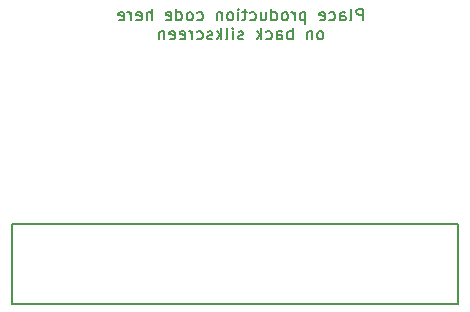
<source format=gbr>
G04 #@! TF.GenerationSoftware,KiCad,Pcbnew,6.0.7-1.fc35*
G04 #@! TF.CreationDate,2022-09-05T19:13:26-05:00*
G04 #@! TF.ProjectId,lcd-adapter,6c63642d-6164-4617-9074-65722e6b6963,rev?*
G04 #@! TF.SameCoordinates,Original*
G04 #@! TF.FileFunction,AssemblyDrawing,Bot*
%FSLAX46Y46*%
G04 Gerber Fmt 4.6, Leading zero omitted, Abs format (unit mm)*
G04 Created by KiCad (PCBNEW 6.0.7-1.fc35) date 2022-09-05 19:13:26*
%MOMM*%
%LPD*%
G01*
G04 APERTURE LIST*
%ADD10C,0.150000*%
%ADD11C,0.127000*%
G04 APERTURE END LIST*
D10*
X133333333Y-72897380D02*
X133333333Y-71897380D01*
X132952380Y-71897380D01*
X132857142Y-71945000D01*
X132809523Y-71992619D01*
X132761904Y-72087857D01*
X132761904Y-72230714D01*
X132809523Y-72325952D01*
X132857142Y-72373571D01*
X132952380Y-72421190D01*
X133333333Y-72421190D01*
X132190476Y-72897380D02*
X132285714Y-72849761D01*
X132333333Y-72754523D01*
X132333333Y-71897380D01*
X131380952Y-72897380D02*
X131380952Y-72373571D01*
X131428571Y-72278333D01*
X131523809Y-72230714D01*
X131714285Y-72230714D01*
X131809523Y-72278333D01*
X131380952Y-72849761D02*
X131476190Y-72897380D01*
X131714285Y-72897380D01*
X131809523Y-72849761D01*
X131857142Y-72754523D01*
X131857142Y-72659285D01*
X131809523Y-72564047D01*
X131714285Y-72516428D01*
X131476190Y-72516428D01*
X131380952Y-72468809D01*
X130476190Y-72849761D02*
X130571428Y-72897380D01*
X130761904Y-72897380D01*
X130857142Y-72849761D01*
X130904761Y-72802142D01*
X130952380Y-72706904D01*
X130952380Y-72421190D01*
X130904761Y-72325952D01*
X130857142Y-72278333D01*
X130761904Y-72230714D01*
X130571428Y-72230714D01*
X130476190Y-72278333D01*
X129666666Y-72849761D02*
X129761904Y-72897380D01*
X129952380Y-72897380D01*
X130047619Y-72849761D01*
X130095238Y-72754523D01*
X130095238Y-72373571D01*
X130047619Y-72278333D01*
X129952380Y-72230714D01*
X129761904Y-72230714D01*
X129666666Y-72278333D01*
X129619047Y-72373571D01*
X129619047Y-72468809D01*
X130095238Y-72564047D01*
X128428571Y-72230714D02*
X128428571Y-73230714D01*
X128428571Y-72278333D02*
X128333333Y-72230714D01*
X128142857Y-72230714D01*
X128047619Y-72278333D01*
X128000000Y-72325952D01*
X127952380Y-72421190D01*
X127952380Y-72706904D01*
X128000000Y-72802142D01*
X128047619Y-72849761D01*
X128142857Y-72897380D01*
X128333333Y-72897380D01*
X128428571Y-72849761D01*
X127523809Y-72897380D02*
X127523809Y-72230714D01*
X127523809Y-72421190D02*
X127476190Y-72325952D01*
X127428571Y-72278333D01*
X127333333Y-72230714D01*
X127238095Y-72230714D01*
X126761904Y-72897380D02*
X126857142Y-72849761D01*
X126904761Y-72802142D01*
X126952380Y-72706904D01*
X126952380Y-72421190D01*
X126904761Y-72325952D01*
X126857142Y-72278333D01*
X126761904Y-72230714D01*
X126619047Y-72230714D01*
X126523809Y-72278333D01*
X126476190Y-72325952D01*
X126428571Y-72421190D01*
X126428571Y-72706904D01*
X126476190Y-72802142D01*
X126523809Y-72849761D01*
X126619047Y-72897380D01*
X126761904Y-72897380D01*
X125571428Y-72897380D02*
X125571428Y-71897380D01*
X125571428Y-72849761D02*
X125666666Y-72897380D01*
X125857142Y-72897380D01*
X125952380Y-72849761D01*
X126000000Y-72802142D01*
X126047619Y-72706904D01*
X126047619Y-72421190D01*
X126000000Y-72325952D01*
X125952380Y-72278333D01*
X125857142Y-72230714D01*
X125666666Y-72230714D01*
X125571428Y-72278333D01*
X124666666Y-72230714D02*
X124666666Y-72897380D01*
X125095238Y-72230714D02*
X125095238Y-72754523D01*
X125047619Y-72849761D01*
X124952380Y-72897380D01*
X124809523Y-72897380D01*
X124714285Y-72849761D01*
X124666666Y-72802142D01*
X123761904Y-72849761D02*
X123857142Y-72897380D01*
X124047619Y-72897380D01*
X124142857Y-72849761D01*
X124190476Y-72802142D01*
X124238095Y-72706904D01*
X124238095Y-72421190D01*
X124190476Y-72325952D01*
X124142857Y-72278333D01*
X124047619Y-72230714D01*
X123857142Y-72230714D01*
X123761904Y-72278333D01*
X123476190Y-72230714D02*
X123095238Y-72230714D01*
X123333333Y-71897380D02*
X123333333Y-72754523D01*
X123285714Y-72849761D01*
X123190476Y-72897380D01*
X123095238Y-72897380D01*
X122761904Y-72897380D02*
X122761904Y-72230714D01*
X122761904Y-71897380D02*
X122809523Y-71945000D01*
X122761904Y-71992619D01*
X122714285Y-71945000D01*
X122761904Y-71897380D01*
X122761904Y-71992619D01*
X122142857Y-72897380D02*
X122238095Y-72849761D01*
X122285714Y-72802142D01*
X122333333Y-72706904D01*
X122333333Y-72421190D01*
X122285714Y-72325952D01*
X122238095Y-72278333D01*
X122142857Y-72230714D01*
X122000000Y-72230714D01*
X121904761Y-72278333D01*
X121857142Y-72325952D01*
X121809523Y-72421190D01*
X121809523Y-72706904D01*
X121857142Y-72802142D01*
X121904761Y-72849761D01*
X122000000Y-72897380D01*
X122142857Y-72897380D01*
X121380952Y-72230714D02*
X121380952Y-72897380D01*
X121380952Y-72325952D02*
X121333333Y-72278333D01*
X121238095Y-72230714D01*
X121095238Y-72230714D01*
X121000000Y-72278333D01*
X120952380Y-72373571D01*
X120952380Y-72897380D01*
X119285714Y-72849761D02*
X119380952Y-72897380D01*
X119571428Y-72897380D01*
X119666666Y-72849761D01*
X119714285Y-72802142D01*
X119761904Y-72706904D01*
X119761904Y-72421190D01*
X119714285Y-72325952D01*
X119666666Y-72278333D01*
X119571428Y-72230714D01*
X119380952Y-72230714D01*
X119285714Y-72278333D01*
X118714285Y-72897380D02*
X118809523Y-72849761D01*
X118857142Y-72802142D01*
X118904761Y-72706904D01*
X118904761Y-72421190D01*
X118857142Y-72325952D01*
X118809523Y-72278333D01*
X118714285Y-72230714D01*
X118571428Y-72230714D01*
X118476190Y-72278333D01*
X118428571Y-72325952D01*
X118380952Y-72421190D01*
X118380952Y-72706904D01*
X118428571Y-72802142D01*
X118476190Y-72849761D01*
X118571428Y-72897380D01*
X118714285Y-72897380D01*
X117523809Y-72897380D02*
X117523809Y-71897380D01*
X117523809Y-72849761D02*
X117619047Y-72897380D01*
X117809523Y-72897380D01*
X117904761Y-72849761D01*
X117952380Y-72802142D01*
X118000000Y-72706904D01*
X118000000Y-72421190D01*
X117952380Y-72325952D01*
X117904761Y-72278333D01*
X117809523Y-72230714D01*
X117619047Y-72230714D01*
X117523809Y-72278333D01*
X116666666Y-72849761D02*
X116761904Y-72897380D01*
X116952380Y-72897380D01*
X117047619Y-72849761D01*
X117095238Y-72754523D01*
X117095238Y-72373571D01*
X117047619Y-72278333D01*
X116952380Y-72230714D01*
X116761904Y-72230714D01*
X116666666Y-72278333D01*
X116619047Y-72373571D01*
X116619047Y-72468809D01*
X117095238Y-72564047D01*
X115428571Y-72897380D02*
X115428571Y-71897380D01*
X115000000Y-72897380D02*
X115000000Y-72373571D01*
X115047619Y-72278333D01*
X115142857Y-72230714D01*
X115285714Y-72230714D01*
X115380952Y-72278333D01*
X115428571Y-72325952D01*
X114142857Y-72849761D02*
X114238095Y-72897380D01*
X114428571Y-72897380D01*
X114523809Y-72849761D01*
X114571428Y-72754523D01*
X114571428Y-72373571D01*
X114523809Y-72278333D01*
X114428571Y-72230714D01*
X114238095Y-72230714D01*
X114142857Y-72278333D01*
X114095238Y-72373571D01*
X114095238Y-72468809D01*
X114571428Y-72564047D01*
X113666666Y-72897380D02*
X113666666Y-72230714D01*
X113666666Y-72421190D02*
X113619047Y-72325952D01*
X113571428Y-72278333D01*
X113476190Y-72230714D01*
X113380952Y-72230714D01*
X112666666Y-72849761D02*
X112761904Y-72897380D01*
X112952380Y-72897380D01*
X113047619Y-72849761D01*
X113095238Y-72754523D01*
X113095238Y-72373571D01*
X113047619Y-72278333D01*
X112952380Y-72230714D01*
X112761904Y-72230714D01*
X112666666Y-72278333D01*
X112619047Y-72373571D01*
X112619047Y-72468809D01*
X113095238Y-72564047D01*
X129785714Y-74507380D02*
X129880952Y-74459761D01*
X129928571Y-74412142D01*
X129976190Y-74316904D01*
X129976190Y-74031190D01*
X129928571Y-73935952D01*
X129880952Y-73888333D01*
X129785714Y-73840714D01*
X129642857Y-73840714D01*
X129547619Y-73888333D01*
X129500000Y-73935952D01*
X129452380Y-74031190D01*
X129452380Y-74316904D01*
X129500000Y-74412142D01*
X129547619Y-74459761D01*
X129642857Y-74507380D01*
X129785714Y-74507380D01*
X129023809Y-73840714D02*
X129023809Y-74507380D01*
X129023809Y-73935952D02*
X128976190Y-73888333D01*
X128880952Y-73840714D01*
X128738095Y-73840714D01*
X128642857Y-73888333D01*
X128595238Y-73983571D01*
X128595238Y-74507380D01*
X127357142Y-74507380D02*
X127357142Y-73507380D01*
X127357142Y-73888333D02*
X127261904Y-73840714D01*
X127071428Y-73840714D01*
X126976190Y-73888333D01*
X126928571Y-73935952D01*
X126880952Y-74031190D01*
X126880952Y-74316904D01*
X126928571Y-74412142D01*
X126976190Y-74459761D01*
X127071428Y-74507380D01*
X127261904Y-74507380D01*
X127357142Y-74459761D01*
X126023809Y-74507380D02*
X126023809Y-73983571D01*
X126071428Y-73888333D01*
X126166666Y-73840714D01*
X126357142Y-73840714D01*
X126452380Y-73888333D01*
X126023809Y-74459761D02*
X126119047Y-74507380D01*
X126357142Y-74507380D01*
X126452380Y-74459761D01*
X126500000Y-74364523D01*
X126500000Y-74269285D01*
X126452380Y-74174047D01*
X126357142Y-74126428D01*
X126119047Y-74126428D01*
X126023809Y-74078809D01*
X125119047Y-74459761D02*
X125214285Y-74507380D01*
X125404761Y-74507380D01*
X125500000Y-74459761D01*
X125547619Y-74412142D01*
X125595238Y-74316904D01*
X125595238Y-74031190D01*
X125547619Y-73935952D01*
X125500000Y-73888333D01*
X125404761Y-73840714D01*
X125214285Y-73840714D01*
X125119047Y-73888333D01*
X124690476Y-74507380D02*
X124690476Y-73507380D01*
X124595238Y-74126428D02*
X124309523Y-74507380D01*
X124309523Y-73840714D02*
X124690476Y-74221666D01*
X123166666Y-74459761D02*
X123071428Y-74507380D01*
X122880952Y-74507380D01*
X122785714Y-74459761D01*
X122738095Y-74364523D01*
X122738095Y-74316904D01*
X122785714Y-74221666D01*
X122880952Y-74174047D01*
X123023809Y-74174047D01*
X123119047Y-74126428D01*
X123166666Y-74031190D01*
X123166666Y-73983571D01*
X123119047Y-73888333D01*
X123023809Y-73840714D01*
X122880952Y-73840714D01*
X122785714Y-73888333D01*
X122309523Y-74507380D02*
X122309523Y-73840714D01*
X122309523Y-73507380D02*
X122357142Y-73555000D01*
X122309523Y-73602619D01*
X122261904Y-73555000D01*
X122309523Y-73507380D01*
X122309523Y-73602619D01*
X121690476Y-74507380D02*
X121785714Y-74459761D01*
X121833333Y-74364523D01*
X121833333Y-73507380D01*
X121309523Y-74507380D02*
X121309523Y-73507380D01*
X121214285Y-74126428D02*
X120928571Y-74507380D01*
X120928571Y-73840714D02*
X121309523Y-74221666D01*
X120547619Y-74459761D02*
X120452380Y-74507380D01*
X120261904Y-74507380D01*
X120166666Y-74459761D01*
X120119047Y-74364523D01*
X120119047Y-74316904D01*
X120166666Y-74221666D01*
X120261904Y-74174047D01*
X120404761Y-74174047D01*
X120500000Y-74126428D01*
X120547619Y-74031190D01*
X120547619Y-73983571D01*
X120500000Y-73888333D01*
X120404761Y-73840714D01*
X120261904Y-73840714D01*
X120166666Y-73888333D01*
X119261904Y-74459761D02*
X119357142Y-74507380D01*
X119547619Y-74507380D01*
X119642857Y-74459761D01*
X119690476Y-74412142D01*
X119738095Y-74316904D01*
X119738095Y-74031190D01*
X119690476Y-73935952D01*
X119642857Y-73888333D01*
X119547619Y-73840714D01*
X119357142Y-73840714D01*
X119261904Y-73888333D01*
X118833333Y-74507380D02*
X118833333Y-73840714D01*
X118833333Y-74031190D02*
X118785714Y-73935952D01*
X118738095Y-73888333D01*
X118642857Y-73840714D01*
X118547619Y-73840714D01*
X117833333Y-74459761D02*
X117928571Y-74507380D01*
X118119047Y-74507380D01*
X118214285Y-74459761D01*
X118261904Y-74364523D01*
X118261904Y-73983571D01*
X118214285Y-73888333D01*
X118119047Y-73840714D01*
X117928571Y-73840714D01*
X117833333Y-73888333D01*
X117785714Y-73983571D01*
X117785714Y-74078809D01*
X118261904Y-74174047D01*
X116976190Y-74459761D02*
X117071428Y-74507380D01*
X117261904Y-74507380D01*
X117357142Y-74459761D01*
X117404761Y-74364523D01*
X117404761Y-73983571D01*
X117357142Y-73888333D01*
X117261904Y-73840714D01*
X117071428Y-73840714D01*
X116976190Y-73888333D01*
X116928571Y-73983571D01*
X116928571Y-74078809D01*
X117404761Y-74174047D01*
X116500000Y-73840714D02*
X116500000Y-74507380D01*
X116500000Y-73935952D02*
X116452380Y-73888333D01*
X116357142Y-73840714D01*
X116214285Y-73840714D01*
X116119047Y-73888333D01*
X116071428Y-73983571D01*
X116071428Y-74507380D01*
D11*
G04 #@! TO.C,J2*
X141400000Y-90100000D02*
X103600000Y-90100000D01*
X103600000Y-90100000D02*
X103600000Y-96900000D01*
X103600000Y-96900000D02*
X141400000Y-96900000D01*
X141400000Y-96900000D02*
X141400000Y-90100000D01*
G04 #@! TD*
M02*

</source>
